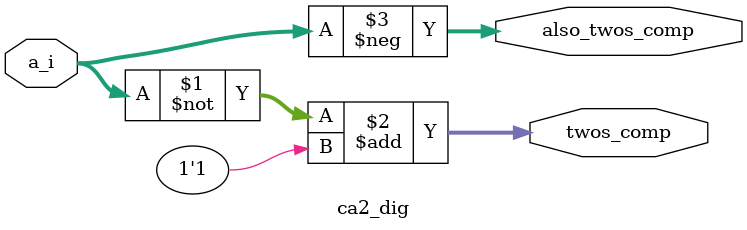
<source format=v>
module ca2_dig(
    input [3:0]a_i,
    output [3:0]twos_comp,
    output [3:0]also_twos_comp
    );
    assign twos_comp = ~a_i+1'b1;
    assign also_twos_comp = -a_i;
endmodule

</source>
